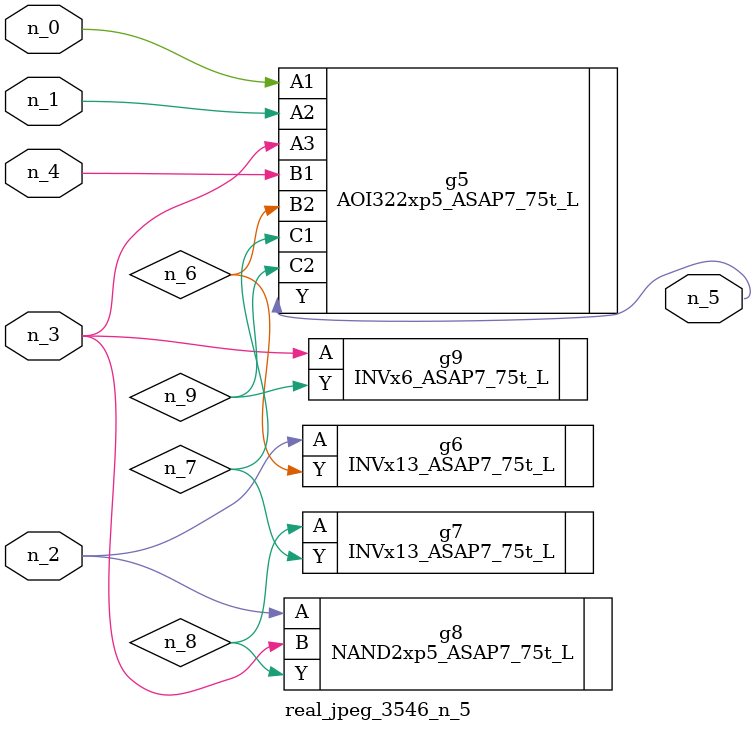
<source format=v>
module real_jpeg_3546_n_5 (n_4, n_0, n_1, n_2, n_3, n_5);

input n_4;
input n_0;
input n_1;
input n_2;
input n_3;

output n_5;

wire n_8;
wire n_6;
wire n_7;
wire n_9;

AOI322xp5_ASAP7_75t_L g5 ( 
.A1(n_0),
.A2(n_1),
.A3(n_3),
.B1(n_4),
.B2(n_6),
.C1(n_7),
.C2(n_9),
.Y(n_5)
);

INVx13_ASAP7_75t_L g6 ( 
.A(n_2),
.Y(n_6)
);

NAND2xp5_ASAP7_75t_L g8 ( 
.A(n_2),
.B(n_3),
.Y(n_8)
);

INVx6_ASAP7_75t_L g9 ( 
.A(n_3),
.Y(n_9)
);

INVx13_ASAP7_75t_L g7 ( 
.A(n_8),
.Y(n_7)
);


endmodule
</source>
